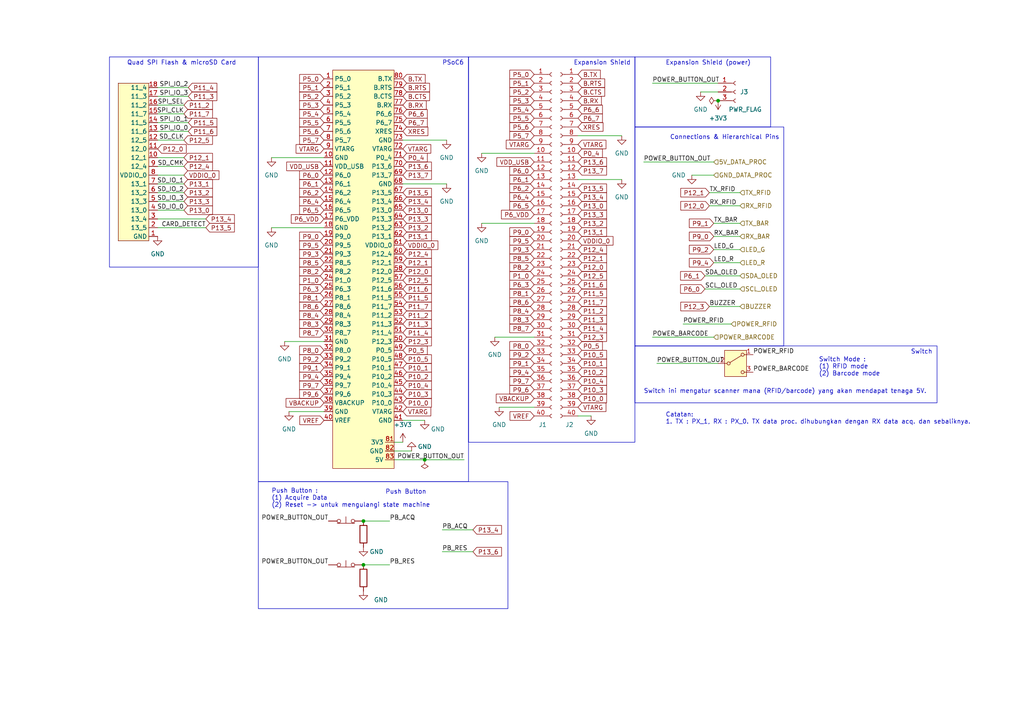
<source format=kicad_sch>
(kicad_sch (version 20230121) (generator eeschema)
  (paper "A4")
  (title_block (title "PSoC (Processing Unit)") (date "2024-03-05") (rev "1.5") (company "Institut Teknologi Bandung") (comment 1 "Bostang Palaguna") (comment 2 "Designed By:"))
  (lib_symbols
    (symbol "Connector:Conn_01x03_Socket" (pin_names (offset 1.016) hide)
      (property "Reference" "J" (at 0 5.08 0))
      (property "Value" "Conn_01x03_Socket" (at 0 -5.08 0))
      (symbol "Conn_01x03_Socket_1_1"
        (arc (start 0 -2.032) (mid -0.5058 -2.54) (end 0 -3.048) (stroke (width 0.1524)))
        (polyline (pts (xy -1.27 -2.54) (xy -0.508 -2.54)) (stroke (width 0.1524)))
        (polyline (pts (xy -1.27 0) (xy -0.508 0)) (stroke (width 0.1524)))
        (polyline (pts (xy -1.27 2.54) (xy -0.508 2.54)) (stroke (width 0.1524)))
        (arc (start 0 0.508) (mid -0.5058 0) (end 0 -0.508) (stroke (width 0.1524)))
        (arc (start 0 3.048) (mid -0.5058 2.54) (end 0 2.032) (stroke (width 0.1524)))
        (pin passive line (at -5.08 2.54 0) (length 3.81) (name "Pin_1") (number "1"))
        (pin passive line (at -5.08 0 0) (length 3.81) (name "Pin_2") (number "2"))
        (pin passive line (at -5.08 -2.54 0) (length 3.81) (name "Pin_3") (number "3"))
      )
    )
    (symbol "Connector:Conn_01x40_Socket" (pin_names (offset 1.016) hide)
      (property "Reference" "J" (at 0 50.8 0))
      (property "Value" "Conn_01x40_Socket" (at 0 -53.34 0))
      (symbol "Conn_01x40_Socket_1_1"
        (arc (start 0 -50.292) (mid -0.5058 -50.8) (end 0 -51.308) (stroke (width 0.1524)))
        (arc (start 0 -47.752) (mid -0.5058 -48.26) (end 0 -48.768) (stroke (width 0.1524)))
        (arc (start 0 -45.212) (mid -0.5058 -45.72) (end 0 -46.228) (stroke (width 0.1524)))
        (arc (start 0 -42.672) (mid -0.5058 -43.18) (end 0 -43.688) (stroke (width 0.1524)))
        (arc (start 0 -40.132) (mid -0.5058 -40.64) (end 0 -41.148) (stroke (width 0.1524)))
        (arc (start 0 -37.592) (mid -0.5058 -38.1) (end 0 -38.608) (stroke (width 0.1524)))
        (arc (start 0 -35.052) (mid -0.5058 -35.56) (end 0 -36.068) (stroke (width 0.1524)))
        (arc (start 0 -32.512) (mid -0.5058 -33.02) (end 0 -33.528) (stroke (width 0.1524)))
        (arc (start 0 -29.972) (mid -0.5058 -30.48) (end 0 -30.988) (stroke (width 0.1524)))
        (arc (start 0 -27.432) (mid -0.5058 -27.94) (end 0 -28.448) (stroke (width 0.1524)))
        (arc (start 0 -24.892) (mid -0.5058 -25.4) (end 0 -25.908) (stroke (width 0.1524)))
        (arc (start 0 -22.352) (mid -0.5058 -22.86) (end 0 -23.368) (stroke (width 0.1524)))
        (arc (start 0 -19.812) (mid -0.5058 -20.32) (end 0 -20.828) (stroke (width 0.1524)))
        (arc (start 0 -17.272) (mid -0.5058 -17.78) (end 0 -18.288) (stroke (width 0.1524)))
        (arc (start 0 -14.732) (mid -0.5058 -15.24) (end 0 -15.748) (stroke (width 0.1524)))
        (arc (start 0 -12.192) (mid -0.5058 -12.7) (end 0 -13.208) (stroke (width 0.1524)))
        (arc (start 0 -9.652) (mid -0.5058 -10.16) (end 0 -10.668) (stroke (width 0.1524)))
        (arc (start 0 -7.112) (mid -0.5058 -7.62) (end 0 -8.128) (stroke (width 0.1524)))
        (arc (start 0 -4.572) (mid -0.5058 -5.08) (end 0 -5.588) (stroke (width 0.1524)))
        (arc (start 0 -2.032) (mid -0.5058 -2.54) (end 0 -3.048) (stroke (width 0.1524)))
        (polyline (pts (xy -1.27 -50.8) (xy -0.508 -50.8)) (stroke (width 0.1524)))
        (polyline (pts (xy -1.27 -48.26) (xy -0.508 -48.26)) (stroke (width 0.1524)))
        (polyline (pts (xy -1.27 -45.72) (xy -0.508 -45.72)) (stroke (width 0.1524)))
        (polyline (pts (xy -1.27 -43.18) (xy -0.508 -43.18)) (stroke (width 0.1524)))
        (polyline (pts (xy -1.27 -40.64) (xy -0.508 -40.64)) (stroke (width 0.1524)))
        (polyline (pts (xy -1.27 -38.1) (xy -0.508 -38.1)) (stroke (width 0.1524)))
        (polyline (pts (xy -1.27 -35.56) (xy -0.508 -35.56)) (stroke (width 0.1524)))
        (polyline (pts (xy -1.27 -33.02) (xy -0.508 -33.02)) (stroke (width 0.1524)))
        (polyline (pts (xy -1.27 -30.48) (xy -0.508 -30.48)) (stroke (width 0.1524)))
        (polyline (pts (xy -1.27 -27.94) (xy -0.508 -27.94)) (stroke (width 0.1524)))
        (polyline (pts (xy -1.27 -25.4) (xy -0.508 -25.4)) (stroke (width 0.1524)))
        (polyline (pts (xy -1.27 -22.86) (xy -0.508 -22.86)) (stroke (width 0.1524)))
        (polyline (pts (xy -1.27 -20.32) (xy -0.508 -20.32)) (stroke (width 0.1524)))
        (polyline (pts (xy -1.27 -17.78) (xy -0.508 -17.78)) (stroke (width 0.1524)))
        (polyline (pts (xy -1.27 -15.24) (xy -0.508 -15.24)) (stroke (width 0.1524)))
        (polyline (pts (xy -1.27 -12.7) (xy -0.508 -12.7)) (stroke (width 0.1524)))
        (polyline (pts (xy -1.27 -10.16) (xy -0.508 -10.16)) (stroke (width 0.1524)))
        (polyline (pts (xy -1.27 -7.62) (xy -0.508 -7.62)) (stroke (width 0.1524)))
        (polyline (pts (xy -1.27 -5.08) (xy -0.508 -5.08)) (stroke (width 0.1524)))
        (polyline (pts (xy -1.27 -2.54) (xy -0.508 -2.54)) (stroke (width 0.1524)))
        (polyline (pts (xy -1.27 0) (xy -0.508 0)) (stroke (width 0.1524)))
        (polyline (pts (xy -1.27 2.54) (xy -0.508 2.54)) (stroke (width 0.1524)))
        (polyline (pts (xy -1.27 5.08) (xy -0.508 5.08)) (stroke (width 0.1524)))
        (polyline (pts (xy -1.27 7.62) (xy -0.508 7.62)) (stroke (width 0.1524)))
        (polyline (pts (xy -1.27 10.16) (xy -0.508 10.16)) (stroke (width 0.1524)))
        (polyline (pts (xy -1.27 12.7) (xy -0.508 12.7)) (stroke (width 0.1524)))
        (polyline (pts (xy -1.27 15.24) (xy -0.508 15.24)) (stroke (width 0.1524)))
        (polyline (pts (xy -1.27 17.78) (xy -0.508 17.78)) (stroke (width 0.1524)))
        (polyline (pts (xy -1.27 20.32) (xy -0.508 20.32)) (stroke (width 0.1524)))
        (polyline (pts (xy -1.27 22.86) (xy -0.508 22.86)) (stroke (width 0.1524)))
        (polyline (pts (xy -1.27 25.4) (xy -0.508 25.4)) (stroke (width 0.1524)))
        (polyline (pts (xy -1.27 27.94) (xy -0.508 27.94)) (stroke (width 0.1524)))
        (polyline (pts (xy -1.27 30.48) (xy -0.508 30.48)) (stroke (width 0.1524)))
        (polyline (pts (xy -1.27 33.02) (xy -0.508 33.02)) (stroke (width 0.1524)))
        (polyline (pts (xy -1.27 35.56) (xy -0.508 35.56)) (stroke (width 0.1524)))
        (polyline (pts (xy -1.27 38.1) (xy -0.508 38.1)) (stroke (width 0.1524)))
        (polyline (pts (xy -1.27 40.64) (xy -0.508 40.64)) (stroke (width 0.1524)))
        (polyline (pts (xy -1.27 43.18) (xy -0.508 43.18)) (stroke (width 0.1524)))
        (polyline (pts (xy -1.27 45.72) (xy -0.508 45.72)) (stroke (width 0.1524)))
        (polyline (pts (xy -1.27 48.26) (xy -0.508 48.26)) (stroke (width 0.1524)))
        (arc (start 0 0.508) (mid -0.5058 0) (end 0 -0.508) (stroke (width 0.1524)))
        (arc (start 0 3.048) (mid -0.5058 2.54) (end 0 2.032) (stroke (width 0.1524)))
        (arc (start 0 5.588) (mid -0.5058 5.08) (end 0 4.572) (stroke (width 0.1524)))
        (arc (start 0 8.128) (mid -0.5058 7.62) (end 0 7.112) (stroke (width 0.1524)))
        (arc (start 0 10.668) (mid -0.5058 10.16) (end 0 9.652) (stroke (width 0.1524)))
        (arc (start 0 13.208) (mid -0.5058 12.7) (end 0 12.192) (stroke (width 0.1524)))
        (arc (start 0 15.748) (mid -0.5058 15.24) (end 0 14.732) (stroke (width 0.1524)))
        (arc (start 0 18.288) (mid -0.5058 17.78) (end 0 17.272) (stroke (width 0.1524)))
        (arc (start 0 20.828) (mid -0.5058 20.32) (end 0 19.812) (stroke (width 0.1524)))
        (arc (start 0 23.368) (mid -0.5058 22.86) (end 0 22.352) (stroke (width 0.1524)))
        (arc (start 0 25.908) (mid -0.5058 25.4) (end 0 24.892) (stroke (width 0.1524)))
        (arc (start 0 28.448) (mid -0.5058 27.94) (end 0 27.432) (stroke (width 0.1524)))
        (arc (start 0 30.988) (mid -0.5058 30.48) (end 0 29.972) (stroke (width 0.1524)))
        (arc (start 0 33.528) (mid -0.5058 33.02) (end 0 32.512) (stroke (width 0.1524)))
        (arc (start 0 36.068) (mid -0.5058 35.56) (end 0 35.052) (stroke (width 0.1524)))
        (arc (start 0 38.608) (mid -0.5058 38.1) (end 0 37.592) (stroke (width 0.1524)))
        (arc (start 0 41.148) (mid -0.5058 40.64) (end 0 40.132) (stroke (width 0.1524)))
        (arc (start 0 43.688) (mid -0.5058 43.18) (end 0 42.672) (stroke (width 0.1524)))
        (arc (start 0 46.228) (mid -0.5058 45.72) (end 0 45.212) (stroke (width 0.1524)))
        (arc (start 0 48.768) (mid -0.5058 48.26) (end 0 47.752) (stroke (width 0.1524)))
        (pin passive line (at -5.08 48.26 0) (length 3.81) (name "Pin_1") (number "1"))
        (pin passive line (at -5.08 25.4 0) (length 3.81) (name "Pin_10") (number "10"))
        (pin passive line (at -5.08 22.86 0) (length 3.81) (name "Pin_11") (number "11"))
        (pin passive line (at -5.08 20.32 0) (length 3.81) (name "Pin_12") (number "12"))
        (pin passive line (at -5.08 17.78 0) (length 3.81) (name "Pin_13") (number "13"))
        (pin passive line (at -5.08 15.24 0) (length 3.81) (name "Pin_14") (number "14"))
        (pin passive line (at -5.08 12.7 0) (length 3.81) (name "Pin_15") (number "15"))
        (pin passive line (at -5.08 10.16 0) (length 3.81) (name "Pin_16") (number "16"))
        (pin passive line (at -5.08 7.62 0) (length 3.81) (name "Pin_17") (number "17"))
        (pin passive line (at -5.08 5.08 0) (length 3.81) (name "Pin_18") (number "18"))
        (pin passive line (at -5.08 2.54 0) (length 3.81) (name "Pin_19") (number "19"))
        (pin passive line (at -5.08 45.72 0) (length 3.81) (name "Pin_2") (number "2"))
        (pin passive line (at -5.08 0 0) (length 3.81) (name "Pin_20") (number "20"))
        (pin passive line (at -5.08 -2.54 0) (length 3.81) (name "Pin_21") (number "21"))
        (pin passive line (at -5.08 -5.08 0) (length 3.81) (name "Pin_22") (number "22"))
        (pin passive line (at -5.08 -7.62 0) (length 3.81) (name "Pin_23") (number "23"))
        (pin passive line (at -5.08 -10.16 0) (length 3.81) (name "Pin_24") (number "24"))
        (pin passive line (at -5.08 -12.7 0) (length 3.81) (name "Pin_25") (number "25"))
        (pin passive line (at -5.08 -15.24 0) (length 3.81) (name "Pin_26") (number "26"))
        (pin passive line (at -5.08 -17.78 0) (length 3.81) (name "Pin_27") (number "27"))
        (pin passive line (at -5.08 -20.32 0) (length 3.81) (name "Pin_28") (number "28"))
        (pin passive line (at -5.08 -22.86 0) (length 3.81) (name "Pin_29") (number "29"))
        (pin passive line (at -5.08 43.18 0) (length 3.81) (name "Pin_3") (number "3"))
        (pin passive line (at -5.08 -25.4 0) (length 3.81) (name "Pin_30") (number "30"))
        (pin passive line (at -5.08 -27.94 0) (length 3.81) (name "Pin_31") (number "31"))
        (pin passive line (at -5.08 -30.48 0) (length 3.81) (name "Pin_32") (number "32"))
        (pin passive line (at -5.08 -33.02 0) (length 3.81) (name "Pin_33") (number "33"))
        (pin passive line (at -5.08 -35.56 0) (length 3.81) (name "Pin_34") (number "34"))
        (pin passive line (at -5.08 -38.1 0) (length 3.81) (name "Pin_35") (number "35"))
        (pin passive line (at -5.08 -40.64 0) (length 3.81) (name "Pin_36") (number "36"))
        (pin passive line (at -5.08 -43.18 0) (length 3.81) (name "Pin_37") (number "37"))
        (pin passive line (at -5.08 -45.72 0) (length 3.81) (name "Pin_38") (number "38"))
        (pin passive line (at -5.08 -48.26 0) (length 3.81) (name "Pin_39") (number "39"))
        (pin passive line (at -5.08 40.64 0) (length 3.81) (name "Pin_4") (number "4"))
        (pin passive line (at -5.08 -50.8 0) (length 3.81) (name "Pin_40") (number "40"))
        (pin passive line (at -5.08 38.1 0) (length 3.81) (name "Pin_5") (number "5"))
        (pin passive line (at -5.08 35.56 0) (length 3.81) (name "Pin_6") (number "6"))
        (pin passive line (at -5.08 33.02 0) (length 3.81) (name "Pin_7") (number "7"))
        (pin passive line (at -5.08 30.48 0) (length 3.81) (name "Pin_8") (number "8"))
        (pin passive line (at -5.08 27.94 0) (length 3.81) (name "Pin_9") (number "9"))
      )
    )
    (symbol "Device:R" (pin_numbers hide) (pin_names (offset 0))
      (property "Reference" "R" (at 2.032 0 90))
      (property "Value" "R" (at 0 0 90))
      (symbol "R_0_1"
        (rectangle (start -1.016 -2.54) (end 1.016 2.54) (stroke (width 0.254)))
      )
      (symbol "R_1_1"
        (pin passive line (at 0 3.81 270) (length 1.27) (name "~") (number "1"))
        (pin passive line (at 0 -3.81 90) (length 1.27) (name "~") (number "2"))
      )
    )
    (symbol "Switch:SW_Push_Open" (pin_numbers hide) (pin_names (offset 1.016) hide)
      (property "Reference" "SW" (at 0 2.54 0))
      (property "Value" "SW_Push_Open" (at 0 -1.905 0))
      (symbol "SW_Push_Open_0_1"
        (circle (center -2.032 0) (radius 0.508))
        (polyline (pts (xy -2.54 -0.635) (xy 2.54 -0.635)))
        (polyline (pts (xy 0 -0.635) (xy 0 1.27)))
        (circle (center 2.032 0) (radius 0.508))
        (pin passive line (at -5.08 0 0) (length 2.54) (name "A") (number "1"))
      )
      (symbol "SW_Push_Open_1_1"
        (pin passive line (at 5.08 0 180) (length 2.54) (name "B") (number "2"))
      )
    )
    (symbol "Switch:SW_SPDT" (pin_names (offset 0) hide)
      (property "Reference" "SW" (at 0 5.08 0))
      (property "Value" "SW_SPDT" (at 0 -5.08 0))
      (symbol "SW_SPDT_0_1"
        (circle (center -2.032 0) (radius 0.4572))
        (polyline (pts (xy -1.651 0.254) (xy 1.651 2.286)))
        (circle (center 2.032 -2.54) (radius 0.4572))
        (circle (center 2.032 2.54) (radius 0.4572))
      )
      (symbol "SW_SPDT_1_1"
        (rectangle (start -3.175 3.81) (end 3.175 -3.81) (fill (type background)))
        (pin passive line (at 5.08 2.54 180) (length 2.54) (name "A") (number "1"))
        (pin passive line (at -5.08 0 0) (length 2.54) (name "B") (number "2"))
        (pin passive line (at 5.08 -2.54 180) (length 2.54) (name "C") (number "3"))
      )
    )
    (symbol "WMS_components:CY8CPROTO-062-4343W"
      (property "Reference" "U" (at 1.27 52.07 0))
      (symbol "CY8CPROTO-062-4343W_1_1"
        (rectangle (start -8.89 49.53) (end 8.89 -66.04) (fill (type background)))
        (pin bidirectional line (at -11.43 46.99 0) (length 2.54) (name "P5_0") (number "1"))
        (pin bidirectional line (at -11.43 24.13 0) (length 2.54) (name "GND") (number "10"))
        (pin bidirectional line (at -11.43 21.59 0) (length 2.54) (name "VDD_USB") (number "11"))
        (pin bidirectional line (at -11.43 19.05 0) (length 2.54) (name "P6_0") (number "12"))
        (pin bidirectional line (at -11.43 16.51 0) (length 2.54) (name "P6_1") (number "13"))
        (pin bidirectional line (at -11.43 13.97 0) (length 2.54) (name "P6_2") (number "14"))
        (pin bidirectional line (at -11.43 11.43 0) (length 2.54) (name "P6_4") (number "15"))
        (pin bidirectional line (at -11.43 8.89 0) (length 2.54) (name "P6_5") (number "16"))
        (pin bidirectional line (at -11.43 6.35 0) (length 2.54) (name "P6_VDD") (number "17"))
        (pin bidirectional line (at -11.43 3.81 0) (length 2.54) (name "GND") (number "18"))
        (pin bidirectional line (at -11.43 1.27 0) (length 2.54) (name "P9_0") (number "19"))
        (pin bidirectional line (at -11.43 44.45 0) (length 2.54) (name "P5_1") (number "2"))
        (pin bidirectional line (at -11.43 -1.27 0) (length 2.54) (name "P9_5") (number "20"))
        (pin bidirectional line (at -11.43 -3.81 0) (length 2.54) (name "P9_3") (number "21"))
        (pin bidirectional line (at -11.43 -6.35 0) (length 2.54) (name "P8_5") (number "22"))
        (pin bidirectional line (at -11.43 -8.89 0) (length 2.54) (name "P8_2") (number "23"))
        (pin bidirectional line (at -11.43 -11.43 0) (length 2.54) (name "P1_0") (number "24"))
        (pin bidirectional line (at -11.43 -13.97 0) (length 2.54) (name "P6_3") (number "25"))
        (pin bidirectional line (at -11.43 -16.51 0) (length 2.54) (name "P8_1") (number "26"))
        (pin bidirectional line (at -11.43 -19.05 0) (length 2.54) (name "P8_6") (number "27"))
        (pin bidirectional line (at -11.43 -21.59 0) (length 2.54) (name "P8_4") (number "28"))
        (pin bidirectional line (at -11.43 -24.13 0) (length 2.54) (name "P8_3") (number "29"))
        (pin bidirectional line (at -11.43 41.91 0) (length 2.54) (name "P5_2") (number "3"))
        (pin bidirectional line (at -11.43 -26.67 0) (length 2.54) (name "P8_7") (number "30"))
        (pin bidirectional line (at -11.43 -29.21 0) (length 2.54) (name "GND") (number "31"))
        (pin bidirectional line (at -11.43 -31.75 0) (length 2.54) (name "P8_0") (number "32"))
        (pin bidirectional line (at -11.43 -34.29 0) (length 2.54) (name "P9_2") (number "33"))
        (pin bidirectional line (at -11.43 -36.83 0) (length 2.54) (name "P9_1") (number "34"))
        (pin bidirectional line (at -11.43 -39.37 0) (length 2.54) (name "P9_4") (number "35"))
        (pin bidirectional line (at -11.43 -41.91 0) (length 2.54) (name "P9_7") (number "36"))
        (pin bidirectional line (at -11.43 -44.45 0) (length 2.54) (name "P9_6") (number "37"))
        (pin bidirectional line (at -11.43 -46.99 0) (length 2.54) (name "VBACKUP") (number "38"))
        (pin bidirectional line (at -11.43 -49.53 0) (length 2.54) (name "GND") (number "39"))
        (pin bidirectional line (at -11.43 39.37 0) (length 2.54) (name "P5_3") (number "4"))
        (pin bidirectional line (at -11.43 -52.07 0) (length 2.54) (name "VREF") (number "40"))
        (pin bidirectional line (at 11.43 -52.07 180) (length 2.54) (name "GND") (number "41"))
        (pin bidirectional line (at 11.43 -49.53 180) (length 2.54) (name "VTARG") (number "42"))
        (pin bidirectional line (at 11.43 -46.99 180) (length 2.54) (name "P10_0") (number "43"))
        (pin bidirectional line (at 11.43 -44.45 180) (length 2.54) (name "P10_3") (number "44"))
        (pin bidirectional line (at 11.43 -41.91 180) (length 2.54) (name "P10_4") (number "45"))
        (pin bidirectional line (at 11.43 -39.37 180) (length 2.54) (name "P10_2") (number "46"))
        (pin bidirectional line (at 11.43 -36.83 180) (length 2.54) (name "P10_1") (number "47"))
        (pin bidirectional line (at 11.43 -34.29 180) (length 2.54) (name "P10_5") (number "48"))
        (pin bidirectional line (at 11.43 -31.75 180) (length 2.54) (name "P0_5") (number "49"))
        (pin bidirectional line (at -11.43 36.83 0) (length 2.54) (name "P5_4") (number "5"))
        (pin bidirectional line (at 11.43 -29.21 180) (length 2.54) (name "P12_3") (number "50"))
        (pin bidirectional line (at 11.43 -26.67 180) (length 2.54) (name "P11_4") (number "51"))
        (pin bidirectional line (at 11.43 -24.13 180) (length 2.54) (name "P11_3") (number "52"))
        (pin bidirectional line (at 11.43 -21.59 180) (length 2.54) (name "P11_2") (number "53"))
        (pin bidirectional line (at 11.43 -19.05 180) (length 2.54) (name "P11_7") (number "54"))
        (pin bidirectional line (at 11.43 -16.51 180) (length 2.54) (name "P11_5") (number "55"))
        (pin bidirectional line (at 11.43 -13.97 180) (length 2.54) (name "P11_6") (number "56"))
        (pin bidirectional line (at 11.43 -11.43 180) (length 2.54) (name "P12_5") (number "57"))
        (pin bidirectional line (at 11.43 -8.89 180) (length 2.54) (name "P12_0") (number "58"))
        (pin bidirectional line (at 11.43 -6.35 180) (length 2.54) (name "P12_1") (number "59"))
        (pin bidirectional line (at -11.43 34.29 0) (length 2.54) (name "P5_5") (number "6"))
        (pin bidirectional line (at 11.43 -3.81 180) (length 2.54) (name "P12_4") (number "60"))
        (pin bidirectional line (at 11.43 -1.27 180) (length 2.54) (name "VDDIO_0") (number "61"))
        (pin bidirectional line (at 11.43 1.27 180) (length 2.54) (name "P13_1") (number "62"))
        (pin bidirectional line (at 11.43 3.81 180) (length 2.54) (name "P13_2") (number "63"))
        (pin bidirectional line (at 11.43 6.35 180) (length 2.54) (name "P13_3") (number "64"))
        (pin bidirectional line (at 11.43 8.89 180) (length 2.54) (name "P13_0") (number "65"))
        (pin bidirectional line (at 11.43 11.43 180) (length 2.54) (name "P13_4") (number "66"))
        (pin bidirectional line (at 11.43 13.97 180) (length 2.54) (name "P13_5") (number "67"))
        (pin bidirectional line (at 11.43 16.51 180) (length 2.54) (name "GND") (number "68"))
        (pin bidirectional line (at 11.43 19.05 180) (length 2.54) (name "P13_7") (number "69"))
        (pin bidirectional line (at -11.43 31.75 0) (length 2.54) (name "P5_6") (number "7"))
        (pin bidirectional line (at 11.43 21.59 180) (length 2.54) (name "P13_6") (number "70"))
        (pin bidirectional line (at 11.43 24.13 180) (length 2.54) (name "P0_4") (number "71"))
        (pin bidirectional line (at 11.43 26.67 180) (length 2.54) (name "VTARG") (number "72"))
        (pin bidirectional line (at 11.43 29.21 180) (length 2.54) (name "GND") (number "73"))
        (pin bidirectional line (at 11.43 31.75 180) (length 2.54) (name "XRES") (number "74"))
        (pin bidirectional line (at 11.43 34.29 180) (length 2.54) (name "P6_7") (number "75"))
        (pin bidirectional line (at 11.43 36.83 180) (length 2.54) (name "P6_6") (number "76"))
        (pin bidirectional line (at 11.43 39.37 180) (length 2.54) (name "B.RX") (number "77"))
        (pin bidirectional line (at 11.43 41.91 180) (length 2.54) (name "B.CTS") (number "78"))
        (pin bidirectional line (at 11.43 44.45 180) (length 2.54) (name "B.RTS") (number "79"))
        (pin bidirectional line (at -11.43 29.21 0) (length 2.54) (name "P5_7") (number "8"))
        (pin bidirectional line (at 11.43 46.99 180) (length 2.54) (name "B.TX") (number "80"))
        (pin power_in line (at 8.89 -58.42 180) (length 2.54) (name "3V3") (number "81"))
        (pin bidirectional line (at 8.89 -60.96 180) (length 2.54) (name "GND") (number "82"))
        (pin power_in line (at 8.89 -63.5 180) (length 2.54) (name "5V") (number "83"))
        (pin bidirectional line (at -11.43 26.67 0) (length 2.54) (name "VTARG") (number "9"))
      )
    )
    (symbol "WMS_components:QUAD_SPI_and_MICRO_SD"
      (property "Reference" "U" (at 0 6.35 0))
      (symbol "QUAD_SPI_and_MICRO_SD_0_1"
        (rectangle (start -22.86 5.08) (end 22.86 -3.81) (fill (type background)))
      )
      (symbol "QUAD_SPI_and_MICRO_SD_1_1"
        (pin power_in line (at -21.59 -6.35 90) (length 2.54) (name "GND") (number "1"))
        (pin bidirectional line (at 1.27 -6.35 90) (length 2.54) (name "12_1") (number "10"))
        (pin bidirectional line (at 3.81 -6.35 90) (length 2.54) (name "12_0") (number "11"))
        (pin bidirectional line (at 6.35 -6.35 90) (length 2.54) (name "12_5") (number "12"))
        (pin bidirectional line (at 8.89 -6.35 90) (length 2.54) (name "11_6") (number "13"))
        (pin bidirectional line (at 11.43 -6.35 90) (length 2.54) (name "11_5") (number "14"))
        (pin bidirectional line (at 13.97 -6.35 90) (length 2.54) (name "11_7") (number "15"))
        (pin bidirectional line (at 16.51 -6.35 90) (length 2.54) (name "11_2") (number "16"))
        (pin bidirectional line (at 19.05 -6.35 90) (length 2.54) (name "11_3") (number "17"))
        (pin bidirectional line (at 21.59 -6.35 90) (length 2.54) (name "11_4") (number "18"))
        (pin bidirectional line (at -19.05 -6.35 90) (length 2.54) (name "13_5") (number "2"))
        (pin bidirectional line (at -16.51 -6.35 90) (length 2.54) (name "13_4") (number "3"))
        (pin bidirectional line (at -13.97 -6.35 90) (length 2.54) (name "13_0") (number "4"))
        (pin bidirectional line (at -11.43 -6.35 90) (length 2.54) (name "13_3") (number "5"))
        (pin bidirectional line (at -8.89 -6.35 90) (length 2.54) (name "13_2") (number "6"))
        (pin bidirectional line (at -6.35 -6.35 90) (length 2.54) (name "13_1") (number "7"))
        (pin bidirectional line (at -3.81 -6.35 90) (length 2.54) (name "VDDIO_0") (number "8"))
        (pin bidirectional line (at -1.27 -6.35 90) (length 2.54) (name "12_4") (number "9"))
      )
    )
    (symbol "power:+3V3" (power) (pin_names (offset 0))
      (property "Value" "+3V3" (at 0 3.556 0))
      (symbol "+3V3_0_1"
        (polyline (pts (xy -0.762 1.27) (xy 0 2.54)))
        (polyline (pts (xy 0 0) (xy 0 2.54)))
        (polyline (pts (xy 0 2.54) (xy 0.762 1.27)))
      )
      (symbol "+3V3_1_1"
        (pin power_in line (at 0 0 90) (length 0) hide (name "+3V3") (number "1"))
      )
    )
    (symbol "power:GND" (power) (pin_names (offset 0))
      (property "Value" "GND" (at 0 -3.81 0))
      (symbol "GND_0_1"
        (polyline (pts (xy 0 0) (xy 0 -1.27) (xy 1.27 -1.27) (xy 0 -2.54) (xy -1.27 -1.27) (xy 0 -1.27)))
      )
      (symbol "GND_1_1"
        (pin power_in line (at 0 0 270) (length 0) hide (name "GND") (number "1"))
      )
    )
    (symbol "power:PWR_FLAG" (power) (pin_numbers hide) (pin_names (offset 0) hide)
      (property "Value" "PWR_FLAG" (at 0 3.81 0))
      (symbol "PWR_FLAG_0_0"
        (pin power_out line (at 0 0 90) (length 0) (name "pwr") (number "1"))
      )
      (symbol "PWR_FLAG_0_1"
        (polyline (pts (xy 0 0) (xy 0 1.27) (xy -1.016 1.905) (xy 0 2.54) (xy 1.016 1.905) (xy 0 1.27)))
      )
    )
  )
  (junction (at 208.28 29.21))
  (junction (at 105.41 151.13))
  (junction (at 105.41 163.83))
  (junction (at 123.19 133.35))
  (wire (pts (xy 190.5 105.41) (xy 208.28 105.41)))
  (wire (pts (xy 59.69 63.5) (xy 45.72 63.5)))
  (wire (pts (xy 143.51 97.79) (xy 154.94 97.79)))
  (wire (pts (xy 129.54 40.64) (xy 116.84 40.64)))
  (wire (pts (xy 53.34 53.34) (xy 45.72 53.34)))
  (wire (pts (xy 123.19 121.92) (xy 116.84 121.92)))
  (wire (pts (xy 113.03 163.83) (xy 105.41 163.83)))
  (wire (pts (xy 53.34 45.72) (xy 45.72 45.72)))
  (wire (pts (xy 59.69 66.04) (xy 45.72 66.04)))
  (wire (pts (xy 203.2 26.67) (xy 208.28 26.67)))
  (wire (pts (xy 186.69 46.99) (xy 207.01 46.99)))
  (wire (pts (xy 200.66 50.8) (xy 207.01 50.8)))
  (wire (pts (xy 53.34 40.64) (xy 45.72 40.64)))
  (wire (pts (xy 54.61 38.1) (xy 45.72 38.1)))
  (wire (pts (xy 53.34 33.02) (xy 45.72 33.02)))
  (wire (pts (xy 189.23 24.13) (xy 208.28 24.13)))
  (wire (pts (xy 207.01 72.39) (xy 214.63 72.39)))
  (wire (pts (xy 119.38 130.81) (xy 114.3 130.81)))
  (wire (pts (xy 207.01 64.77) (xy 214.63 64.77)))
  (wire (pts (xy 205.74 55.88) (xy 214.63 55.88)))
  (wire (pts (xy 144.78 118.11) (xy 154.94 118.11)))
  (wire (pts (xy 53.34 50.8) (xy 45.72 50.8)))
  (wire (pts (xy 139.7 64.77) (xy 154.94 64.77)))
  (wire (pts (xy 113.03 151.13) (xy 105.41 151.13)))
  (wire (pts (xy 204.47 83.82) (xy 214.63 83.82)))
  (wire (pts (xy 205.74 88.9) (xy 214.63 88.9)))
  (wire (pts (xy 54.61 27.94) (xy 45.72 27.94)))
  (wire (pts (xy 78.74 45.72) (xy 93.98 45.72)))
  (wire (pts (xy 129.54 53.34) (xy 116.84 53.34)))
  (wire (pts (xy 139.7 44.45) (xy 154.94 44.45)))
  (wire (pts (xy 207.01 76.2) (xy 214.63 76.2)))
  (wire (pts (xy 83.82 119.38) (xy 93.98 119.38)))
  (wire (pts (xy 78.74 66.04) (xy 93.98 66.04)))
  (wire (pts (xy 54.61 35.56) (xy 45.72 35.56)))
  (wire (pts (xy 54.61 25.4) (xy 45.72 25.4)))
  (wire (pts (xy 53.34 60.96) (xy 45.72 60.96)))
  (wire (pts (xy 82.55 99.06) (xy 93.98 99.06)))
  (wire (pts (xy 180.34 39.37) (xy 167.64 39.37)))
  (wire (pts (xy 207.01 68.58) (xy 214.63 68.58)))
  (wire (pts (xy 123.19 133.35) (xy 114.3 133.35)))
  (wire (pts (xy 116.84 128.27) (xy 114.3 128.27)))
  (wire (pts (xy 180.34 52.07) (xy 167.64 52.07)))
  (wire (pts (xy 128.27 153.67) (xy 137.16 153.67)))
  (wire (pts (xy 53.34 55.88) (xy 45.72 55.88)))
  (wire (pts (xy 171.45 120.65) (xy 167.64 120.65)))
  (wire (pts (xy 53.34 58.42) (xy 45.72 58.42)))
  (wire (pts (xy 128.27 160.02) (xy 137.16 160.02)))
  (wire (pts (xy 189.23 97.79) (xy 207.01 97.79)))
  (wire (pts (xy 198.12 93.98) (xy 212.09 93.98)))
  (wire (pts (xy 204.47 80.01) (xy 214.63 80.01)))
  (wire (pts (xy 53.34 48.26) (xy 45.72 48.26)))
  (wire (pts (xy 53.34 30.48) (xy 45.72 30.48)))
  (wire (pts (xy 205.74 59.69) (xy 214.63 59.69)))
  (wire (pts (xy 134.62 133.35) (xy 123.19 133.35)))
  (rectangle (start 184.15 16.51) (end 223.52 36.83))
  (rectangle (start 135.89 16.51) (end 184.15 128.27))
  (rectangle (start 184.15 100.33) (end 271.78 116.84))
  (rectangle (start 74.93 139.7) (end 147.32 176.53))
  (rectangle (start 31.75 16.51) (end 74.93 77.47))
  (rectangle (start 184.15 36.83) (end 227.33 100.33))
  (rectangle (start 74.93 16.51) (end 135.89 139.7))
  (text "PSoC6" (at 128.27 19.05 0) (effects (font (size 1.27 1.27)) (justify left bottom)))
  (text "Expansion Shield (power)" (at 193.04 19.05 0) (effects (font (size 1.27 1.27)) (justify left bottom)))
  (text "Push Button :\n(1) Acquire Data\n(2) Reset -> untuk mengulangi state machine" (at 78.74 147.32 0) (effects (font (size 1.27 1.27)) (justify left bottom)))
  (text "Switch" (at 264.16 102.87 0) (effects (font (size 1.27 1.27)) (justify left bottom)))
  (text "Expansion Shield" (at 166.37 19.05 0) (effects (font (size 1.27 1.27)) (justify left bottom)))
  (text "Connections & Hierarchical Pins" (at 194.31 40.64 0) (effects (font (size 1.27 1.27)) (justify left bottom)))
  (text "Switch ini mengatur scanner mana (RFID/barcode) yang akan mendapat tenaga 5V." (at 186.69 114.3 0) (effects (font (size 1.27 1.27)) (justify left bottom)))
  (text "Catatan:\n1. TX : PX_1, RX : PX_0. TX data proc. dihubungkan dengan RX data acq. dan sebaliknya." (at 193.04 123.19 0) (effects (font (size 1.27 1.27)) (justify left bottom)))
  (text "Switch Mode :\n(1) RFID mode\n(2) Barcode mode" (at 237.49 109.22 0) (effects (font (size 1.27 1.27)) (justify left bottom)))
  (text "Quad SPI Flash & microSD Card" (at 36.83 19.05 0) (effects (font (size 1.27 1.27)) (justify left bottom)))
  (text "Push Button" (at 111.76 143.51 0) (effects (font (size 1.27 1.27)) (justify left bottom)))
  (label "POWER_BUTTON_OUT" (at 134.62 133.35 180))
  (label "SPI_IO_2" (at 54.61 25.4 180))
  (label "TX_RFID" (at 205.74 55.88 0))
  (label "SD_IO_1" (at 53.34 53.34 180))
  (label "SDA_OLED" (at 204.47 80.01 0))
  (label "LED_G" (at 207.01 72.39 0))
  (label "POWER_BARCODE" (at 189.23 97.79 0))
  (label "PB_RES" (at 113.03 163.83 0))
  (label "SD_IO_0" (at 53.34 60.96 180))
  (label "RX_BAR" (at 207.01 68.58 0))
  (label "RX_RFID" (at 205.74 59.69 0))
  (label "SPI_SEL" (at 53.34 30.48 180))
  (label "CARD_DETECT" (at 59.69 66.04 180))
  (label "PB_RES" (at 128.27 160.02 0))
  (label "POWER_BARCODE" (at 218.44 107.95 0))
  (label "SPI_IO_0" (at 54.61 38.1 180))
  (label "POWER_BUTTON_OUT" (at 186.69 46.99 0))
  (label "POWER_BUTTON_OUT" (at 189.23 24.13 0))
  (label "SD_CLK" (at 53.34 40.64 180))
  (label "POWER_BUTTON_OUT" (at 95.25 151.13 180))
  (label "SD_CMK" (at 53.34 48.26 180))
  (label "POWER_RFID" (at 198.12 93.98 0))
  (label "PB_ACQ" (at 113.03 151.13 0))
  (label "SD_IO_2" (at 53.34 55.88 180))
  (label "SCL_OLED" (at 204.47 83.82 0))
  (label "BUZZER" (at 205.74 88.9 0))
  (label "SPI_IO_1" (at 54.61 35.56 180))
  (label "SPI_CLK" (at 53.34 33.02 180))
  (label "POWER_BUTTON_OUT" (at 190.5 105.41 0))
  (label "POWER_BUTTON_OUT" (at 95.25 163.83 180))
  (label "LED_R" (at 207.01 76.2 0))
  (label "TX_BAR" (at 207.01 64.77 0))
  (label "POWER_RFID" (at 218.44 102.87 0))
  (label "SPI_IO_3" (at 54.61 27.94 180))
  (label "SD_IO_3" (at 53.34 58.42 180))
  (label "PB_ACQ" (at 128.27 153.67 0))
  (global_label "P13_5" (shape input) (at 167.64 54.61 0) (property "Intersheetrefs" "${INTERSHEET_REFS}" (effects hide)))
  (global_label "P10_1" (shape input) (at 167.64 105.41 0) (property "Intersheetrefs" "${INTERSHEET_REFS}" (effects hide)))
  (global_label "P11_5" (shape input) (at 116.84 86.36 0) (property "Intersheetrefs" "${INTERSHEET_REFS}" (effects hide)))
  (global_label "P8_7" (shape input) (at 93.98 96.52 180) (property "Intersheetrefs" "${INTERSHEET_REFS}" (effects hide)))
  (global_label "P5_6" (shape input) (at 154.94 36.83 180) (property "Intersheetrefs" "${INTERSHEET_REFS}" (effects hide)))
  (global_label "B.RTS" (shape input) (at 116.84 25.4 0) (property "Intersheetrefs" "${INTERSHEET_REFS}" (effects hide)))
  (global_label "P11_6" (shape input) (at 116.84 83.82 0) (property "Intersheetrefs" "${INTERSHEET_REFS}" (effects hide)))
  (global_label "P11_3" (shape input) (at 116.84 93.98 0) (property "Intersheetrefs" "${INTERSHEET_REFS}" (effects hide)))
  (global_label "P12_0" (shape input) (at 45.72 43.18 0) (property "Intersheetrefs" "${INTERSHEET_REFS}" (effects hide)))
  (global_label "VDD_USB" (shape input) (at 93.98 48.26 180) (property "Intersheetrefs" "${INTERSHEET_REFS}" (effects hide)))
  (global_label "P13_6" (shape input) (at 167.64 46.99 0) (property "Intersheetrefs" "${INTERSHEET_REFS}" (effects hide)))
  (global_label "P5_5" (shape input) (at 93.98 35.56 180) (property "Intersheetrefs" "${INTERSHEET_REFS}" (effects hide)))
  (global_label "P13_3" (shape input) (at 167.64 62.23 0) (property "Intersheetrefs" "${INTERSHEET_REFS}" (effects hide)))
  (global_label "P8_4" (shape input) (at 154.94 90.17 180) (property "Intersheetrefs" "${INTERSHEET_REFS}" (effects hide)))
  (global_label "P11_7" (shape input) (at 116.84 88.9 0) (property "Intersheetrefs" "${INTERSHEET_REFS}" (effects hide)))
  (global_label "VDDIO_0" (shape input) (at 116.84 71.12 0) (property "Intersheetrefs" "${INTERSHEET_REFS}" (effects hide)))
  (global_label "P6_1" (shape input) (at 204.47 80.01 180) (property "Intersheetrefs" "${INTERSHEET_REFS}" (effects hide)))
  (global_label "VTARG" (shape input) (at 93.98 43.18 180) (property "Intersheetrefs" "${INTERSHEET_REFS}" (effects hide)))
  (global_label "P10_0" (shape input) (at 167.64 115.57 0) (property "Intersheetrefs" "${INTERSHEET_REFS}" (effects hide)))
  (global_label "P9_7" (shape input) (at 154.94 110.49 180) (property "Intersheetrefs" "${INTERSHEET_REFS}" (effects hide)))
  (global_label "P9_6" (shape input) (at 154.94 113.03 180) (property "Intersheetrefs" "${INTERSHEET_REFS}" (effects hide)))
  (global_label "P13_7" (shape input) (at 167.64 49.53 0) (property "Intersheetrefs" "${INTERSHEET_REFS}" (effects hide)))
  (global_label "VTARG" (shape input) (at 167.64 41.91 0) (property "Intersheetrefs" "${INTERSHEET_REFS}" (effects hide)))
  (global_label "XRES" (shape input) (at 167.64 36.83 0) (property "Intersheetrefs" "${INTERSHEET_REFS}" (effects hide)))
  (global_label "P11_7" (shape input) (at 53.34 33.02 0) (property "Intersheetrefs" "${INTERSHEET_REFS}" (effects hide)))
  (global_label "P5_0" (shape input) (at 154.94 21.59 180) (property "Intersheetrefs" "${INTERSHEET_REFS}" (effects hide)))
  (global_label "P5_7" (shape input) (at 93.98 40.64 180) (property "Intersheetrefs" "${INTERSHEET_REFS}" (effects hide)))
  (global_label "P8_2" (shape input) (at 93.98 78.74 180) (property "Intersheetrefs" "${INTERSHEET_REFS}" (effects hide)))
  (global_label "P9_0" (shape input) (at 154.94 67.31 180) (property "Intersheetrefs" "${INTERSHEET_REFS}" (effects hide)))
  (global_label "P11_6" (shape input) (at 54.61 38.1 0) (property "Intersheetrefs" "${INTERSHEET_REFS}" (effects hide)))
  (global_label "P6_1" (shape input) (at 93.98 53.34 180) (property "Intersheetrefs" "${INTERSHEET_REFS}" (effects hide)))
  (global_label "P10_4" (shape input) (at 116.84 111.76 0) (property "Intersheetrefs" "${INTERSHEET_REFS}" (effects hide)))
  (global_label "P11_2" (shape input) (at 116.84 91.44 0) (property "Intersheetrefs" "${INTERSHEET_REFS}" (effects hide)))
  (global_label "P13_0" (shape input) (at 53.34 60.96 0) (property "Intersheetrefs" "${INTERSHEET_REFS}" (effects hide)))
  (global_label "P12_4" (shape input) (at 116.84 73.66 0) (property "Intersheetrefs" "${INTERSHEET_REFS}" (effects hide)))
  (global_label "P6_4" (shape input) (at 93.98 58.42 180) (property "Intersheetrefs" "${INTERSHEET_REFS}" (effects hide)))
  (global_label "P11_2" (shape input) (at 167.64 90.17 0) (property "Intersheetrefs" "${INTERSHEET_REFS}" (effects hide)))
  (global_label "B.CTS" (shape input) (at 116.84 27.94 0) (property "Intersheetrefs" "${INTERSHEET_REFS}" (effects hide)))
  (global_label "VBACKUP" (shape input) (at 93.98 116.84 180) (property "Intersheetrefs" "${INTERSHEET_REFS}" (effects hide)))
  (global_label "P12_3" (shape input) (at 116.84 99.06 0) (property "Intersheetrefs" "${INTERSHEET_REFS}" (effects hide)))
  (global_label "P9_3" (shape input) (at 154.94 72.39 180) (property "Intersheetrefs" "${INTERSHEET_REFS}" (effects hide)))
  (global_label "P6_6" (shape input) (at 167.64 31.75 0) (property "Intersheetrefs" "${INTERSHEET_REFS}" (effects hide)))
  (global_label "P8_0" (shape input) (at 93.98 101.6 180) (property "Intersheetrefs" "${INTERSHEET_REFS}" (effects hide)))
  (global_label "P11_6" (shape input) (at 167.64 82.55 0) (property "Intersheetrefs" "${INTERSHEET_REFS}" (effects hide)))
  (global_label "P13_6" (shape input) (at 137.16 160.02 0) (property "Intersheetrefs" "${INTERSHEET_REFS}" (effects hide)))
  (global_label "P6_0" (shape input) (at 154.94 49.53 180) (property "Intersheetrefs" "${INTERSHEET_REFS}" (effects hide)))
  (global_label "VREF" (shape input) (at 93.98 121.92 180) (property "Intersheetrefs" "${INTERSHEET_REFS}" (effects hide)))
  (global_label "P13_7" (shape input) (at 116.84 50.8 0) (property "Intersheetrefs" "${INTERSHEET_REFS}" (effects hide)))
  (global_label "P13_2" (shape input) (at 116.84 66.04 0) (property "Intersheetrefs" "${INTERSHEET_REFS}" (effects hide)))
  (global_label "P9_7" (shape input) (at 93.98 111.76 180) (property "Intersheetrefs" "${INTERSHEET_REFS}" (effects hide)))
  (global_label "P9_0" (shape input) (at 93.98 68.58 180) (property "Intersheetrefs" "${INTERSHEET_REFS}" (effects hide)))
  (global_label "P5_4" (shape input) (at 93.98 33.02 180) (property "Intersheetrefs" "${INTERSHEET_REFS}" (effects hide)))
  (global_label "P13_6" (shape input) (at 116.84 48.26 0) (property "Intersheetrefs" "${INTERSHEET_REFS}" (effects hide)))
  (global_label "B.RX" (shape input) (at 116.84 30.48 0) (property "Intersheetrefs" "${INTERSHEET_REFS}" (effects hide)))
  (global_label "P8_3" (shape input) (at 93.98 93.98 180) (property "Intersheetrefs" "${INTERSHEET_REFS}" (effects hide)))
  (global_label "P10_2" (shape input) (at 116.84 109.22 0) (property "Intersheetrefs" "${INTERSHEET_REFS}" (effects hide)))
  (global_label "P6_3" (shape input) (at 154.94 82.55 180) (property "Intersheetrefs" "${INTERSHEET_REFS}" (effects hide)))
  (global_label "P8_6" (shape input) (at 154.94 87.63 180) (property "Intersheetrefs" "${INTERSHEET_REFS}" (effects hide)))
  (global_label "VTARG" (shape input) (at 116.84 119.38 0) (property "Intersheetrefs" "${INTERSHEET_REFS}" (effects hide)))
  (global_label "P13_5" (shape input) (at 59.69 66.04 0) (property "Intersheetrefs" "${INTERSHEET_REFS}" (effects hide)))
  (global_label "P5_3" (shape input) (at 154.94 29.21 180) (property "Intersheetrefs" "${INTERSHEET_REFS}" (effects hide)))
  (global_label "B.CTS" (shape input) (at 167.64 26.67 0) (property "Intersheetrefs" "${INTERSHEET_REFS}" (effects hide)))
  (global_label "VDDIO_0" (shape input) (at 167.64 69.85 0) (property "Intersheetrefs" "${INTERSHEET_REFS}" (effects hide)))
  (global_label "P11_4" (shape input) (at 167.64 95.25 0) (property "Intersheetrefs" "${INTERSHEET_REFS}" (effects hide)))
  (global_label "P10_3" (shape input) (at 116.84 114.3 0) (property "Intersheetrefs" "${INTERSHEET_REFS}" (effects hide)))
  (global_label "VTARG" (shape input) (at 116.84 43.18 0) (property "Intersheetrefs" "${INTERSHEET_REFS}" (effects hide)))
  (global_label "P8_7" (shape input) (at 154.94 95.25 180) (property "Intersheetrefs" "${INTERSHEET_REFS}" (effects hide)))
  (global_label "P6_0" (shape input) (at 93.98 50.8 180) (property "Intersheetrefs" "${INTERSHEET_REFS}" (effects hide)))
  (global_label "P0_5" (shape input) (at 116.84 101.6 0) (property "Intersheetrefs" "${INTERSHEET_REFS}" (effects hide)))
  (global_label "P9_3" (shape input) (at 93.98 73.66 180) (property "Intersheetrefs" "${INTERSHEET_REFS}" (effects hide)))
  (global_label "VBACKUP" (shape input) (at 154.94 115.57 180) (property "Intersheetrefs" "${INTERSHEET_REFS}" (effects hide)))
  (global_label "P8_2" (shape input) (at 154.94 77.47 180) (property "Intersheetrefs" "${INTERSHEET_REFS}" (effects hide)))
  (global_label "P11_3" (shape input) (at 54.61 27.94 0) (property "Intersheetrefs" "${INTERSHEET_REFS}" (effects hide)))
  (global_label "P9_4" (shape input) (at 154.94 107.95 180) (property "Intersheetrefs" "${INTERSHEET_REFS}" (effects hide)))
  (global_label "P6_1" (shape input) (at 154.94 52.07 180) (property "Intersheetrefs" "${INTERSHEET_REFS}" (effects hide)))
  (global_label "P12_0" (shape input) (at 116.84 78.74 0) (property "Intersheetrefs" "${INTERSHEET_REFS}" (effects hide)))
  (global_label "P12_1" (shape input) (at 116.84 76.2 0) (property "Intersheetrefs" "${INTERSHEET_REFS}" (effects hide)))
  (global_label "P13_1" (shape input) (at 53.34 53.34 0) (property "Intersheetrefs" "${INTERSHEET_REFS}" (effects hide)))
  (global_label "P10_3" (shape input) (at 167.64 113.03 0) (property "Intersheetrefs" "${INTERSHEET_REFS}" (effects hide)))
  (global_label "P6_5" (shape input) (at 93.98 60.96 180) (property "Intersheetrefs" "${INTERSHEET_REFS}" (effects hide)))
  (global_label "P5_3" (shape input) (at 93.98 30.48 180) (property "Intersheetrefs" "${INTERSHEET_REFS}" (effects hide)))
  (global_label "P9_5" (shape input) (at 93.98 71.12 180) (property "Intersheetrefs" "${INTERSHEET_REFS}" (effects hide)))
  (global_label "P0_4" (shape input) (at 167.64 44.45 0) (property "Intersheetrefs" "${INTERSHEET_REFS}" (effects hide)))
  (global_label "P12_5" (shape input) (at 116.84 81.28 0) (property "Intersheetrefs" "${INTERSHEET_REFS}" (effects hide)))
  (global_label "P9_2" (shape input) (at 93.98 104.14 180) (property "Intersheetrefs" "${INTERSHEET_REFS}" (effects hide)))
  (global_label "P12_1" (shape input) (at 167.64 74.93 0) (property "Intersheetrefs" "${INTERSHEET_REFS}" (effects hide)))
  (global_label "P9_4" (shape input) (at 93.98 109.22 180) (property "Intersheetrefs" "${INTERSHEET_REFS}" (effects hide)))
  (global_label "P13_0" (shape input) (at 116.84 60.96 0) (property "Intersheetrefs" "${INTERSHEET_REFS}" (effects hide)))
  (global_label "P10_0" (shape input) (at 116.84 116.84 0) (property "Intersheetrefs" "${INTERSHEET_REFS}" (effects hide)))
  (global_label "P8_5" (shape input) (at 93.98 76.2 180) (property "Intersheetrefs" "${INTERSHEET_REFS}" (effects hide)))
  (global_label "P13_0" (shape input) (at 167.64 59.69 0) (property "Intersheetrefs" "${INTERSHEET_REFS}" (effects hide)))
  (global_label "P9_2" (shape input) (at 154.94 102.87 180) (property "Intersheetrefs" "${INTERSHEET_REFS}" (effects hide)))
  (global_label "P13_2" (shape input) (at 167.64 64.77 0) (property "Intersheetrefs" "${INTERSHEET_REFS}" (effects hide)))
  (global_label "P12_1" (shape input) (at 53.34 45.72 0) (property "Intersheetrefs" "${INTERSHEET_REFS}" (effects hide)))
  (global_label "P11_5" (shape input) (at 167.64 85.09 0) (property "Intersheetrefs" "${INTERSHEET_REFS}" (effects hide)))
  (global_label "P6_2" (shape input) (at 93.98 55.88 180) (property "Intersheetrefs" "${INTERSHEET_REFS}" (effects hide)))
  (global_label "P12_1" (shape input) (at 205.74 55.88 180) (property "Intersheetrefs" "${INTERSHEET_REFS}" (effects hide)))
  (global_label "B.RX" (shape input) (at 167.64 29.21 0) (property "Intersheetrefs" "${INTERSHEET_REFS}" (effects hide)))
  (global_label "P6_7" (shape input) (at 167.64 34.29 0) (property "Intersheetrefs" "${INTERSHEET_REFS}" (effects hide)))
  (global_label "P5_0" (shape input) (at 93.98 22.86 180) (property "Intersheetrefs" "${INTERSHEET_REFS}" (effects hide)))
  (global_label "P12_5" (shape input) (at 53.34 40.64 0) (property "Intersheetrefs" "${INTERSHEET_REFS}" (effects hide)))
  (global_label "P6_5" (shape input) (at 154.94 59.69 180) (property "Intersheetrefs" "${INTERSHEET_REFS}" (effects hide)))
  (global_label "P8_3" (shape input) (at 154.94 92.71 180) (property "Intersheetrefs" "${INTERSHEET_REFS}" (effects hide)))
  (global_label "VDD_USB" (shape input) (at 154.94 46.99 180) (property "Intersheetrefs" "${INTERSHEET_REFS}" (effects hide)))
  (global_label "P9_6" (shape input) (at 93.98 114.3 180) (property "Intersheetrefs" "${INTERSHEET_REFS}" (effects hide)))
  (global_label "P11_4" (shape input) (at 116.84 96.52 0) (property "Intersheetrefs" "${INTERSHEET_REFS}" (effects hide)))
  (global_label "VTARG" (shape input) (at 154.94 41.91 180) (property "Intersheetrefs" "${INTERSHEET_REFS}" (effects hide)))
  (global_label "P11_5" (shape input) (at 54.61 35.56 0) (property "Intersheetrefs" "${INTERSHEET_REFS}" (effects hide)))
  (global_label "P1_0" (shape input) (at 93.98 81.28 180) (property "Intersheetrefs" "${INTERSHEET_REFS}" (effects hide)))
  (global_label "P5_2" (shape input) (at 154.94 26.67 180) (property "Intersheetrefs" "${INTERSHEET_REFS}" (effects hide)))
  (global_label "P5_1" (shape input) (at 93.98 25.4 180) (property "Intersheetrefs" "${INTERSHEET_REFS}" (effects hide)))
  (global_label "P10_5" (shape input) (at 116.84 104.14 0) (property "Intersheetrefs" "${INTERSHEET_REFS}" (effects hide)))
  (global_label "P13_2" (shape input) (at 53.34 55.88 0) (property "Intersheetrefs" "${INTERSHEET_REFS}" (effects hide)))
  (global_label "P8_6" (shape input) (at 93.98 88.9 180) (property "Intersheetrefs" "${INTERSHEET_REFS}" (effects hide)))
  (global_label "XRES" (shape input) (at 116.84 38.1 0) (property "Intersheetrefs" "${INTERSHEET_REFS}" (effects hide)))
  (global_label "P9_2" (shape input) (at 207.01 72.39 180) (property "Intersheetrefs" "${INTERSHEET_REFS}" (effects hide)))
  (global_label "P9_1" (shape input) (at 93.98 106.68 180) (property "Intersheetrefs" "${INTERSHEET_REFS}" (effects hide)))
  (global_label "B.RTS" (shape input) (at 167.64 24.13 0) (property "Intersheetrefs" "${INTERSHEET_REFS}" (effects hide)))
  (global_label "P0_5" (shape input) (at 167.64 100.33 0) (property "Intersheetrefs" "${INTERSHEET_REFS}" (effects hide)))
  (global_label "P13_1" (shape input) (at 116.84 68.58 0) (property "Intersheetrefs" "${INTERSHEET_REFS}" (effects hide)))
  (global_label "P12_5" (shape input) (at 167.64 80.01 0) (property "Intersheetrefs" "${INTERSHEET_REFS}" (effects hide)))
  (global_label "P11_4" (shape input) (at 54.61 25.4 0) (property "Intersheetrefs" "${INTERSHEET_REFS}" (effects hide)))
  (global_label "P11_3" (shape input) (at 167.64 92.71 0) (property "Intersheetrefs" "${INTERSHEET_REFS}" (effects hide)))
  (global_label "P9_4" (shape input) (at 207.01 76.2 180) (property "Intersheetrefs" "${INTERSHEET_REFS}" (effects hide)))
  (global_label "P12_0" (shape input) (at 167.64 77.47 0) (property "Intersheetrefs" "${INTERSHEET_REFS}" (effects hide)))
  (global_label "P6_6" (shape input) (at 116.84 33.02 0) (property "Intersheetrefs" "${INTERSHEET_REFS}" (effects hide)))
  (global_label "P5_6" (shape input) (at 93.98 38.1 180) (property "Intersheetrefs" "${INTERSHEET_REFS}" (effects hide)))
  (global_label "P9_5" (shape input) (at 154.94 69.85 180) (property "Intersheetrefs" "${INTERSHEET_REFS}" (effects hide)))
  (global_label "P10_4" (shape input) (at 167.64 110.49 0) (property "Intersheetrefs" "${INTERSHEET_REFS}" (effects hide)))
  (global_label "VTARG" (shape input) (at 167.64 118.11 0) (property "Intersheetrefs" "${INTERSHEET_REFS}" (effects hide)))
  (global_label "P12_4" (shape input) (at 167.64 72.39 0) (property "Intersheetrefs" "${INTERSHEET_REFS}" (effects hide)))
  (global_label "P13_4" (shape input) (at 137.16 153.67 0) (property "Intersheetrefs" "${INTERSHEET_REFS}" (effects hide)))
  (global_label "P13_1" (shape input) (at 167.64 67.31 0) (property "Intersheetrefs" "${INTERSHEET_REFS}" (effects hide)))
  (global_label "B.TX" (shape input) (at 167.64 21.59 0) (property "Intersheetrefs" "${INTERSHEET_REFS}" (effects hide)))
  (global_label "P1_0" (shape input) (at 154.94 80.01 180) (property "Intersheetrefs" "${INTERSHEET_REFS}" (effects hide)))
  (global_label "P8_5" (shape input) (at 154.94 74.93 180) (property "Intersheetrefs" "${INTERSHEET_REFS}" (effects hide)))
  (global_label "P8_0" (shape input) (at 154.94 100.33 180) (property "Intersheetrefs" "${INTERSHEET_REFS}" (effects hide)))
  (global_label "P10_5" (shape input) (at 167.64 102.87 0) (property "Intersheetrefs" "${INTERSHEET_REFS}" (effects hide)))
  (global_label "P6_4" (shape input) (at 154.94 57.15 180) (property "Intersheetrefs" "${INTERSHEET_REFS}" (effects hide)))
  (global_label "VREF" (shape input) (at 154.94 120.65 180) (property "Intersheetrefs" "${INTERSHEET_REFS}" (effects hide)))
  (global_label "P8_4" (shape input) (at 93.98 91.44 180) (property "Intersheetrefs" "${INTERSHEET_REFS}" (effects hide)))
  (global_label "P13_4" (shape input) (at 59.69 63.5 0) (property "Intersheetrefs" "${INTERSHEET_REFS}" (effects hide)))
  (global_label "P11_7" (shape input) (at 167.64 87.63 0) (property "Intersheetrefs" "${INTERSHEET_REFS}" (effects hide)))
  (global_label "P12_4" (shape input) (at 53.34 48.26 0) (property "Intersheetrefs" "${INTERSHEET_REFS}" (effects hide)))
  (global_label "P5_5" (shape input) (at 154.94 34.29 180) (property "Intersheetrefs" "${INTERSHEET_REFS}" (effects hide)))
  (global_label "P12_0" (shape input) (at 205.74 59.69 180) (property "Intersheetrefs" "${INTERSHEET_REFS}" (effects hide)))
  (global_label "P8_1" (shape input) (at 154.94 85.09 180) (property "Intersheetrefs" "${INTERSHEET_REFS}" (effects hide)))
  (global_label "P10_1" (shape input) (at 116.84 106.68 0) (property "Intersheetrefs" "${INTERSHEET_REFS}" (effects hide)))
  (global_label "P12_3" (shape input) (at 167.64 97.79 0) (property "Intersheetrefs" "${INTERSHEET_REFS}" (effects hide)))
  (global_label "P13_3" (shape input) (at 53.34 58.42 0) (property "Intersheetrefs" "${INTERSHEET_REFS}" (effects hide)))
  (global_label "P13_4" (shape input) (at 116.84 58.42 0) (property "Intersheetrefs" "${INTERSHEET_REFS}" (effects hide)))
  (global_label "P13_5" (shape input) (at 116.84 55.88 0) (property "Intersheetrefs" "${INTERSHEET_REFS}" (effects hide)))
  (global_label "P8_1" (shape input) (at 93.98 86.36 180) (property "Intersheetrefs" "${INTERSHEET_REFS}" (effects hide)))
  (global_label "P6_7" (shape input) (at 116.84 35.56 0) (property "Intersheetrefs" "${INTERSHEET_REFS}" (effects hide)))
  (global_label "P6_VDD" (shape input) (at 93.98 63.5 180) (property "Intersheetrefs" "${INTERSHEET_REFS}" (effects hide)))
  (global_label "P5_1" (shape input) (at 154.94 24.13 180) (property "Intersheetrefs" "${INTERSHEET_REFS}" (effects hide)))
  (global_label "P10_2" (shape input) (at 167.64 107.95 0) (property "Intersheetrefs" "${INTERSHEET_REFS}" (effects hide)))
  (global_label "P12_3" (shape input) (at 205.74 88.9 180) (property "Intersheetrefs" "${INTERSHEET_REFS}" (effects hide)))
  (global_label "P5_7" (shape input) (at 154.94 39.37 180) (property "Intersheetrefs" "${INTERSHEET_REFS}" (effects hide)))
  (global_label "B.TX" (shape input) (at 116.84 22.86 0) (property "Intersheetrefs" "${INTERSHEET_REFS}" (effects hide)))
  (global_label "P0_4" (shape input) (at 116.84 45.72 0) (property "Intersheetrefs" "${INTERSHEET_REFS}" (effects hide)))
  (global_label "P13_4" (shape input) (at 167.64 57.15 0) (property "Intersheetrefs" "${INTERSHEET_REFS}" (effects hide)))
  (global_label "P6_2" (shape input) (at 154.94 54.61 180) (property "Intersheetrefs" "${INTERSHEET_REFS}" (effects hide)))
  (global_label "P11_2" (shape input) (at 53.34 30.48 0) (property "Intersheetrefs" "${INTERSHEET_REFS}" (effects hide)))
  (global_label "P6_VDD" (shape input) (at 154.94 62.23 180) (property "Intersheetrefs" "${INTERSHEET_REFS}" (effects hide)))
  (global_label "P5_2" (shape input) (at 93.98 27.94 180) (property "Intersheetrefs" "${INTERSHEET_REFS}" (effects hide)))
  (global_label "P13_3" (shape input) (at 116.84 63.5 0) (property "Intersheetrefs" "${INTERSHEET_REFS}" (effects hide)))
  (global_label "VDDIO_0" (shape input) (at 53.34 50.8 0) (property "Intersheetrefs" "${INTERSHEET_REFS}" (effects hide)))
  (global_label "P9_0" (shape input) (at 207.01 68.58 180) (property "Intersheetrefs" "${INTERSHEET_REFS}" (effects hide)))
  (global_label "P9_1" (shape input) (at 154.94 105.41 180) (property "Intersheetrefs" "${INTERSHEET_REFS}" (effects hide)))
  (global_label "P6_3" (shape input) (at 93.98 83.82 180) (property "Intersheetrefs" "${INTERSHEET_REFS}" (effects hide)))
  (global_label "P6_0" (shape input) (at 204.47 83.82 180) (property "Intersheetrefs" "${INTERSHEET_REFS}" (effects hide)))
  (global_label "P5_4" (shape input) (at 154.94 31.75 180) (property "Intersheetrefs" "${INTERSHEET_REFS}" (effects hide)))
  (global_label "P9_1" (shape input) (at 207.01 64.77 180) (property "Intersheetrefs" "${INTERSHEET_REFS}" (effects hide)))
  (hierarchical_label "POWER_BARCODE" (shape input) (at 207.01 97.79 0))
  (hierarchical_label "SDA_OLED" (shape input) (at 214.63 80.01 0))
  (hierarchical_label "RX_BAR" (shape input) (at 214.63 68.58 0))
  (hierarchical_label "TX_BAR" (shape input) (at 214.63 64.77 0))
  (hierarchical_label "LED_R" (shape input) (at 214.63 76.2 0))
  (hierarchical_label "SCL_OLED" (shape input) (at 214.63 83.82 0))
  (hierarchical_label "TX_RFID" (shape input) (at 214.63 55.88 0))
  (hierarchical_label "LED_G" (shape input) (at 214.63 72.39 0))
  (hierarchical_label "POWER_RFID" (shape input) (at 212.09 93.98 0))
  (hierarchical_label "BUZZER" (shape input) (at 214.63 88.9 0))
  (hierarchical_label "GND_DATA_PROC" (shape input) (at 207.01 50.8 0))
  (hierarchical_label "5V_DATA_PROC" (shape input) (at 207.01 46.99 0))
  (hierarchical_label "RX_RFID" (shape input) (at 214.63 59.69 0))
  (symbol (lib_id "power:GND") (at 144.78 118.11 0) (unit 1)
    (property "Reference" "#PWR04" (effects hide))
    (property "Value" "GND" (at 144.78 123.19 0))
  )
  (symbol (lib_id "power:GND") (at 203.2 26.67 0) (unit 1)
    (property "Reference" "#PWR08" (effects hide))
    (property "Value" "GND" (at 203.2 31.75 0))
  )
  (symbol (lib_id "WMS_components:CY8CPROTO-062-4343W") (at 105.41 69.85 0) (unit 1)
    (property "Reference" "U6" (effects hide))
    (property "Footprint" "WMS_components:CY8CPROTO-062-4343W_v2" (effects hide))
  )
  (symbol (lib_id "power:GND") (at 123.19 121.92 0) (unit 1)
    (property "Reference" "#PWR040" (effects hide))
    (property "Value" "GND" (at 127 124.46 0))
  )
  (symbol (lib_id "Device:R") (at 105.41 167.64 0) (unit 1)
    (property "Reference" "R4" (effects hide))
    (property "Value" "R" (effects hide))
    (property "Footprint" "Resistor_SMD:R_0805_2012Metric" (effects hide))
  )
  (symbol (lib_id "power:GND") (at 200.66 50.8 0) (unit 1)
    (property "Reference" "#PWR014" (effects hide))
    (property "Value" "GND" (at 196.85 50.8 0))
  )
  (symbol (lib_id "power:GND") (at 129.54 53.34 0) (unit 1)
    (property "Reference" "#PWR042" (effects hide))
    (property "Value" "GND" (at 129.54 58.42 0))
  )
  (symbol (lib_id "power:GND") (at 139.7 64.77 0) (unit 1)
    (property "Reference" "#PWR02" (effects hide))
    (property "Value" "GND" (at 139.7 69.85 0))
  )
  (symbol (lib_id "power:GND") (at 129.54 40.64 0) (unit 1)
    (property "Reference" "#PWR041" (effects hide))
    (property "Value" "GND" (at 129.54 45.72 0))
  )
  (symbol (lib_id "Switch:SW_SPDT") (at 213.36 105.41 0) (unit 1)
    (property "Reference" "SW4" (effects hide))
    (property "Value" "SW_SPDT" (effects hide))
    (property "Footprint" "Button_Switch_THT:SW_E-Switch_EG1224_SPDT_Angled" (effects hide))
  )
  (symbol (lib_id "power:GND") (at 143.51 97.79 0) (unit 1)
    (property "Reference" "#PWR03" (effects hide))
    (property "Value" "GND" (at 143.51 102.87 0))
  )
  (symbol (lib_id "power:PWR_FLAG") (at 123.19 133.35 180) (unit 1)
    (property "Reference" "#FLG06" (effects hide))
    (property "Value" "PWR_FLAG" (effects hide))
  )
  (symbol (lib_id "Connector:Conn_01x03_Socket") (at 213.36 26.67 0) (unit 1)
    (property "Reference" "J3" (at 214.63 26.67 0) (effects (justify left)))
    (property "Value" "Conn_01x03_Socket" (effects hide))
    (property "Footprint" "Connector_PinHeader_2.54mm:PinHeader_1x03_P2.54mm_Vertical" (effects hide))
  )
  (symbol (lib_id "power:GND") (at 83.82 119.38 0) (unit 1)
    (property "Reference" "#PWR039" (effects hide))
    (property "Value" "GND" (at 83.82 124.46 0))
  )
  (symbol (lib_id "Switch:SW_Push_Open") (at 100.33 151.13 0) (unit 1)
    (property "Reference" "SW1" (effects hide))
    (property "Value" "SW_Push_Open" (effects hide))
    (property "Footprint" "Button_Switch_THT:SW_PUSH_6mm_H9.5mm" (effects hide))
  )
  (symbol (lib_id "power:+3V3") (at 208.28 29.21 180) (unit 1)
    (property "Reference" "#PWR010" (effects hide))
    (property "Value" "+3V3" (at 208.28 34.29 0))
  )
  (symbol (lib_id "power:GND") (at 139.7 44.45 0) (unit 1)
    (property "Reference" "#PWR01" (effects hide))
    (property "Value" "GND" (at 139.7 49.53 0))
  )
  (symbol (lib_id "Device:R") (at 105.41 154.94 0) (unit 1)
    (property "Reference" "R3" (effects hide))
    (property "Value" "R" (effects hide))
    (property "Footprint" "Resistor_SMD:R_0805_2012Metric" (effects hide))
  )
  (symbol (lib_id "power:GND") (at 78.74 66.04 0) (unit 1)
    (property "Reference" "#PWR037" (effects hide))
    (property "Value" "GND" (at 78.74 71.12 0))
  )
  (symbol (lib_id "power:GND") (at 105.41 158.75 0) (unit 1)
    (property "Reference" "#PWR045" (effects hide))
    (property "Value" "GND" (at 109.22 160.02 0))
  )
  (symbol (lib_id "power:+3V3") (at 116.84 128.27 0) (unit 1)
    (property "Reference" "#PWR044" (effects hide))
    (property "Value" "+3V3" (at 116.84 123.19 0))
  )
  (symbol (lib_id "power:PWR_FLAG") (at 208.28 29.21 90) (unit 1)
    (property "Reference" "#FLG03" (effects hide))
    (property "Value" "PWR_FLAG" (at 220.98 31.75 90) (effects (justify left)))
  )
  (symbol (lib_id "power:GND") (at 119.38 130.81 180) (unit 1)
    (property "Reference" "#PWR043" (effects hide))
    (property "Value" "GND" (at 123.19 129.54 0))
  )
  (symbol (lib_id "Connector:Conn_01x40_Socket") (at 162.56 69.85 0) (mirror y) (unit 1)
    (property "Reference" "J2" (at 166.37 123.19 0) (effects (justify left)))
    (property "Value" "Conn_01x40_Socket" (effects hide))
    (property "Footprint" "Connector_PinHeader_2.54mm:PinHeader_1x40_P2.54mm_Vertical" (effects hide))
  )
  (symbol (lib_id "Connector:Conn_01x40_Socket") (at 160.02 69.85 0) (unit 1)
    (property "Reference" "J1" (at 156.21 123.19 0) (effects (justify left)))
    (property "Value" "Conn_01x40_Socket" (effects hide))
    (property "Footprint" "Connector_PinHeader_2.54mm:PinHeader_1x40_P2.54mm_Vertical" (effects hide))
  )
  (symbol (lib_id "power:GND") (at 78.74 45.72 0) (unit 1)
    (property "Reference" "#PWR036" (effects hide))
    (property "Value" "GND" (at 78.74 50.8 0))
  )
  (symbol (lib_id "power:GND") (at 171.45 120.65 0) (unit 1)
    (property "Reference" "#PWR05" (effects hide))
    (property "Value" "GND" (at 171.45 125.73 0))
  )
  (symbol (lib_id "power:GND") (at 45.72 68.58 0) (unit 1)
    (property "Reference" "#PWR016" (effects hide))
    (property "Value" "GND" (at 45.72 73.66 0))
  )
  (symbol (lib_id "Switch:SW_Push_Open") (at 100.33 163.83 0) (unit 1)
    (property "Reference" "SW3" (effects hide))
    (property "Value" "SW_Push_Open" (effects hide))
    (property "Footprint" "Button_Switch_THT:SW_PUSH_6mm_H9.5mm" (effects hide))
  )
  (symbol (lib_id "power:GND") (at 180.34 52.07 0) (unit 1)
    (property "Reference" "#PWR07" (effects hide))
    (property "Value" "GND" (at 180.34 57.15 0))
  )
  (symbol (lib_id "power:GND") (at 82.55 99.06 0) (unit 1)
    (property "Reference" "#PWR038" (effects hide))
    (property "Value" "GND" (at 82.55 104.14 0))
  )
  (symbol (lib_id "WMS_components:QUAD_SPI_and_MICRO_SD") (at 39.37 46.99 90) (unit 1)
    (property "Reference" "U5" (effects hide))
    (property "Footprint" "WMS_components:Quad_SPI_flash_microSD_v2" (effects hide))
  )
  (symbol (lib_id "power:GND") (at 180.34 39.37 0) (unit 1)
    (property "Reference" "#PWR06" (effects hide))
    (property "Value" "GND" (at 180.34 44.45 0))
  )
  (symbol (lib_id "power:GND") (at 105.41 171.45 0) (unit 1)
    (property "Reference" "#PWR046" (effects hide))
    (property "Value" "GND" (at 110.49 173.99 0))
  )
)
</source>
